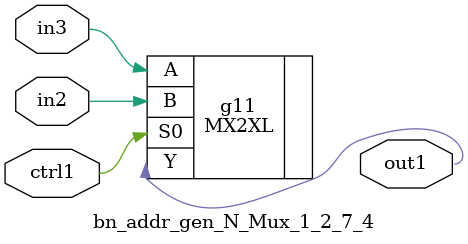
<source format=v>
`timescale 1ps / 1ps


module bn_addr_gen_N_Mux_1_2_7_4(in3, in2, ctrl1, out1);
  input in3, in2, ctrl1;
  output out1;
  wire in3, in2, ctrl1;
  wire out1;
  MX2XL g11(.A (in3), .B (in2), .S0 (ctrl1), .Y (out1));
endmodule



</source>
